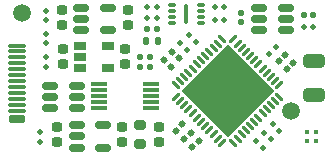
<source format=gbr>
%TF.GenerationSoftware,KiCad,Pcbnew,(6.0.4)*%
%TF.CreationDate,2022-11-15T14:04:27+01:00*%
%TF.ProjectId,tk1,746b312e-6b69-4636-9164-5f7063625858,rev?*%
%TF.SameCoordinates,Original*%
%TF.FileFunction,Soldermask,Top*%
%TF.FilePolarity,Negative*%
%FSLAX46Y46*%
G04 Gerber Fmt 4.6, Leading zero omitted, Abs format (unit mm)*
G04 Created by KiCad (PCBNEW (6.0.4)) date 2022-11-15 14:04:27*
%MOMM*%
%LPD*%
G01*
G04 APERTURE LIST*
G04 Aperture macros list*
%AMRoundRect*
0 Rectangle with rounded corners*
0 $1 Rounding radius*
0 $2 $3 $4 $5 $6 $7 $8 $9 X,Y pos of 4 corners*
0 Add a 4 corners polygon primitive as box body*
4,1,4,$2,$3,$4,$5,$6,$7,$8,$9,$2,$3,0*
0 Add four circle primitives for the rounded corners*
1,1,$1+$1,$2,$3*
1,1,$1+$1,$4,$5*
1,1,$1+$1,$6,$7*
1,1,$1+$1,$8,$9*
0 Add four rect primitives between the rounded corners*
20,1,$1+$1,$2,$3,$4,$5,0*
20,1,$1+$1,$4,$5,$6,$7,0*
20,1,$1+$1,$6,$7,$8,$9,0*
20,1,$1+$1,$8,$9,$2,$3,0*%
%AMRotRect*
0 Rectangle, with rotation*
0 The origin of the aperture is its center*
0 $1 length*
0 $2 width*
0 $3 Rotation angle, in degrees counterclockwise*
0 Add horizontal line*
21,1,$1,$2,0,0,$3*%
G04 Aperture macros list end*
%ADD10C,1.500000*%
%ADD11RoundRect,0.129500X0.129500X-0.150500X0.129500X0.150500X-0.129500X0.150500X-0.129500X-0.150500X0*%
%ADD12RoundRect,0.129500X-0.014849X-0.197990X0.197990X0.014849X0.014849X0.197990X-0.197990X-0.014849X0*%
%ADD13RoundRect,0.129500X0.014849X0.197990X-0.197990X-0.014849X-0.014849X-0.197990X0.197990X0.014849X0*%
%ADD14RoundRect,0.129500X0.197990X-0.014849X-0.014849X0.197990X-0.197990X0.014849X0.014849X-0.197990X0*%
%ADD15RoundRect,0.147500X0.147500X0.172500X-0.147500X0.172500X-0.147500X-0.172500X0.147500X-0.172500X0*%
%ADD16R,0.450000X0.450000*%
%ADD17RoundRect,0.112500X-0.112500X0.112500X-0.112500X-0.112500X0.112500X-0.112500X0.112500X0.112500X0*%
%ADD18RoundRect,0.112500X-0.159099X0.000000X0.000000X-0.159099X0.159099X0.000000X0.000000X0.159099X0*%
%ADD19RoundRect,0.112500X0.000000X0.159099X-0.159099X0.000000X0.000000X-0.159099X0.159099X0.000000X0*%
%ADD20RoundRect,0.150000X0.512500X0.150000X-0.512500X0.150000X-0.512500X-0.150000X0.512500X-0.150000X0*%
%ADD21RoundRect,0.062500X0.220971X0.309359X-0.309359X-0.220971X-0.220971X-0.309359X0.309359X0.220971X0*%
%ADD22RoundRect,0.062500X-0.220971X0.309359X-0.309359X0.220971X0.220971X-0.309359X0.309359X-0.220971X0*%
%ADD23RotRect,5.600000X5.600000X225.000000*%
%ADD24RoundRect,0.200000X-0.225000X0.200000X-0.225000X-0.200000X0.225000X-0.200000X0.225000X0.200000X0*%
%ADD25RoundRect,0.200000X-0.275000X0.200000X-0.275000X-0.200000X0.275000X-0.200000X0.275000X0.200000X0*%
%ADD26RoundRect,0.112500X0.112500X-0.112500X0.112500X0.112500X-0.112500X0.112500X-0.112500X-0.112500X0*%
%ADD27RoundRect,0.150000X-0.512500X-0.150000X0.512500X-0.150000X0.512500X0.150000X-0.512500X0.150000X0*%
%ADD28R,1.000000X0.700000*%
%ADD29RoundRect,0.112500X0.112500X0.112500X-0.112500X0.112500X-0.112500X-0.112500X0.112500X-0.112500X0*%
%ADD30RoundRect,0.129500X0.150500X0.129500X-0.150500X0.129500X-0.150500X-0.129500X0.150500X-0.129500X0*%
%ADD31R,1.400000X0.300000*%
%ADD32RoundRect,0.112500X-0.112500X-0.112500X0.112500X-0.112500X0.112500X0.112500X-0.112500X0.112500X0*%
%ADD33RoundRect,0.075000X0.225000X0.075000X-0.225000X0.075000X-0.225000X-0.075000X0.225000X-0.075000X0*%
%ADD34RoundRect,0.075000X-0.075000X-0.775000X0.075000X-0.775000X0.075000X0.775000X-0.075000X0.775000X0*%
%ADD35RoundRect,0.129500X-0.150500X-0.129500X0.150500X-0.129500X0.150500X0.129500X-0.150500X0.129500X0*%
%ADD36RoundRect,0.250000X0.650000X-0.325000X0.650000X0.325000X-0.650000X0.325000X-0.650000X-0.325000X0*%
%ADD37RoundRect,0.075000X0.675000X0.075000X-0.675000X0.075000X-0.675000X-0.075000X0.675000X-0.075000X0*%
%ADD38RoundRect,0.175000X0.525000X0.175000X-0.525000X0.175000X-0.525000X-0.175000X0.525000X-0.175000X0*%
G04 APERTURE END LIST*
D10*
%TO.C,FID1*%
X101500000Y-88500000D03*
%TD*%
%TO.C,FID2*%
X124250000Y-96750000D03*
%TD*%
D11*
%TO.C,C7*%
X111450000Y-93040000D03*
X111450000Y-92260000D03*
%TD*%
%TO.C,C13*%
X112350000Y-93040000D03*
X112350000Y-92260000D03*
%TD*%
D12*
%TO.C,C16*%
X123224228Y-92575772D03*
X123775772Y-92024228D03*
%TD*%
D13*
%TO.C,C17*%
X115075772Y-97924228D03*
X114524228Y-98475772D03*
%TD*%
D14*
%TO.C,C18*%
X114075772Y-93025772D03*
X113524228Y-92474228D03*
%TD*%
D12*
%TO.C,C19*%
X123924228Y-93275772D03*
X124475772Y-92724228D03*
%TD*%
D13*
%TO.C,C20*%
X115775772Y-98624228D03*
X115224228Y-99175772D03*
%TD*%
%TO.C,C21*%
X116475772Y-99324228D03*
X115924228Y-99875772D03*
%TD*%
D15*
%TO.C,D1*%
X112985000Y-90850000D03*
X112015000Y-90850000D03*
%TD*%
D16*
%TO.C,D3*%
X126380000Y-98570000D03*
X126380000Y-99330000D03*
X125620000Y-99330000D03*
X125620000Y-98570000D03*
%TD*%
D17*
%TO.C,R1*%
X103550000Y-88300000D03*
X103550000Y-89100000D03*
%TD*%
%TO.C,R2*%
X103550000Y-92250000D03*
X103550000Y-93050000D03*
%TD*%
D18*
%TO.C,R16*%
X121317157Y-99317157D03*
X121882843Y-99882843D03*
%TD*%
%TO.C,R17*%
X122017157Y-98617157D03*
X122582843Y-99182843D03*
%TD*%
%TO.C,R18*%
X122717157Y-97917157D03*
X123282843Y-98482843D03*
%TD*%
D19*
%TO.C,R19*%
X122982843Y-91367157D03*
X122417157Y-91932843D03*
%TD*%
D20*
%TO.C,U5*%
X106137500Y-96550000D03*
X106137500Y-95600000D03*
X106137500Y-94650000D03*
X103862500Y-94650000D03*
X103862500Y-95600000D03*
X103862500Y-96550000D03*
%TD*%
D21*
%TO.C,U6*%
X123275223Y-94613864D03*
X122921670Y-94260311D03*
X122568116Y-93906757D03*
X122214563Y-93553204D03*
X121861010Y-93199651D03*
X121507456Y-92846097D03*
X121153903Y-92492544D03*
X120800349Y-92138990D03*
X120446796Y-91785437D03*
X120093243Y-91431884D03*
X119739689Y-91078330D03*
X119386136Y-90724777D03*
D22*
X118413864Y-90724777D03*
X118060311Y-91078330D03*
X117706757Y-91431884D03*
X117353204Y-91785437D03*
X116999651Y-92138990D03*
X116646097Y-92492544D03*
X116292544Y-92846097D03*
X115938990Y-93199651D03*
X115585437Y-93553204D03*
X115231884Y-93906757D03*
X114878330Y-94260311D03*
X114524777Y-94613864D03*
D21*
X114524777Y-95586136D03*
X114878330Y-95939689D03*
X115231884Y-96293243D03*
X115585437Y-96646796D03*
X115938990Y-97000349D03*
X116292544Y-97353903D03*
X116646097Y-97707456D03*
X116999651Y-98061010D03*
X117353204Y-98414563D03*
X117706757Y-98768116D03*
X118060311Y-99121670D03*
X118413864Y-99475223D03*
D22*
X119386136Y-99475223D03*
X119739689Y-99121670D03*
X120093243Y-98768116D03*
X120446796Y-98414563D03*
X120800349Y-98061010D03*
X121153903Y-97707456D03*
X121507456Y-97353903D03*
X121861010Y-97000349D03*
X122214563Y-96646796D03*
X122568116Y-96293243D03*
X122921670Y-95939689D03*
X123275223Y-95586136D03*
D23*
X118900000Y-95100000D03*
%TD*%
D24*
%TO.C,C6*%
X104943750Y-91550000D03*
X104943750Y-92850000D03*
%TD*%
%TO.C,C25*%
X113050000Y-98150000D03*
X113050000Y-99450000D03*
%TD*%
D25*
%TO.C,FB3*%
X111500000Y-97975000D03*
X111500000Y-99625000D03*
%TD*%
D17*
%TO.C,R22*%
X103000000Y-98600000D03*
X103000000Y-99400000D03*
%TD*%
D26*
%TO.C,R29*%
X103550000Y-91050000D03*
X103550000Y-90250000D03*
%TD*%
D18*
%TO.C,R20*%
X115617157Y-90367157D03*
X116182843Y-90932843D03*
%TD*%
D24*
%TO.C,C1*%
X104843750Y-88250000D03*
X104843750Y-89550000D03*
%TD*%
%TO.C,C5*%
X110450000Y-88250000D03*
X110450000Y-89550000D03*
%TD*%
D27*
%TO.C,U2*%
X106506250Y-88050000D03*
X106506250Y-89000000D03*
X106506250Y-89950000D03*
X108781250Y-89950000D03*
X108781250Y-88050000D03*
%TD*%
D24*
%TO.C,C4*%
X110000000Y-98150000D03*
X110000000Y-99450000D03*
%TD*%
%TO.C,C2*%
X104450000Y-98150000D03*
X104450000Y-99450000D03*
%TD*%
D27*
%TO.C,U1*%
X106112500Y-98000000D03*
X106112500Y-98950000D03*
X106112500Y-99900000D03*
X108387500Y-99900000D03*
X108387500Y-98000000D03*
%TD*%
D24*
%TO.C,C3*%
X110243750Y-91550000D03*
X110243750Y-92850000D03*
%TD*%
D18*
%TO.C,R3*%
X114867157Y-91067157D03*
X115432843Y-91632843D03*
%TD*%
D14*
%TO.C,C22*%
X114775772Y-92325772D03*
X114224228Y-91774228D03*
%TD*%
D28*
%TO.C,U9*%
X106393750Y-91250000D03*
X106393750Y-92200000D03*
X106393750Y-93150000D03*
X108793750Y-93150000D03*
X108793750Y-91250000D03*
%TD*%
D29*
%TO.C,R25*%
X118600000Y-87950000D03*
X117800000Y-87950000D03*
%TD*%
D30*
%TO.C,C23*%
X112890000Y-89850000D03*
X112110000Y-89850000D03*
%TD*%
D31*
%TO.C,U3*%
X112400000Y-96500000D03*
X112400000Y-96000000D03*
X112400000Y-95500000D03*
X112400000Y-95000000D03*
X112400000Y-94500000D03*
X108000000Y-94500000D03*
X108000000Y-95000000D03*
X108000000Y-95500000D03*
X108000000Y-96000000D03*
X108000000Y-96500000D03*
%TD*%
D11*
%TO.C,C26*%
X120050000Y-89240000D03*
X120050000Y-88460000D03*
%TD*%
D29*
%TO.C,R23*%
X118600000Y-89050000D03*
X117800000Y-89050000D03*
%TD*%
D32*
%TO.C,R26*%
X112100000Y-88900000D03*
X112900000Y-88900000D03*
%TD*%
D20*
%TO.C,U10*%
X123837500Y-89950000D03*
X123837500Y-89000000D03*
X123837500Y-88050000D03*
X121562500Y-88050000D03*
X121562500Y-89000000D03*
X121562500Y-89950000D03*
%TD*%
D33*
%TO.C,U8*%
X116650000Y-89350000D03*
X116650000Y-88850000D03*
X116650000Y-88350000D03*
X116650000Y-87850000D03*
X114150000Y-87850000D03*
X114150000Y-88350000D03*
X114150000Y-88850000D03*
X114150000Y-89350000D03*
D34*
X115400000Y-88600000D03*
%TD*%
D32*
%TO.C,R30*%
X125350000Y-89700000D03*
X126150000Y-89700000D03*
%TD*%
D35*
%TO.C,C27*%
X125360000Y-88700000D03*
X126140000Y-88700000D03*
%TD*%
D36*
%TO.C,C8*%
X126200000Y-95475000D03*
X126200000Y-92525000D03*
%TD*%
D37*
%TO.C,P1*%
X101050000Y-96750000D03*
X101050000Y-96250000D03*
X101050000Y-95750000D03*
X101050000Y-95250000D03*
X101050000Y-94750000D03*
X101050000Y-94250000D03*
X101050000Y-93750000D03*
X101050000Y-93250000D03*
X101050000Y-92750000D03*
X101050000Y-92250000D03*
X101050000Y-91750000D03*
X101050000Y-91250000D03*
D38*
X101100000Y-97500000D03*
%TD*%
D32*
%TO.C,R24*%
X112100000Y-87950000D03*
X112900000Y-87950000D03*
%TD*%
M02*

</source>
